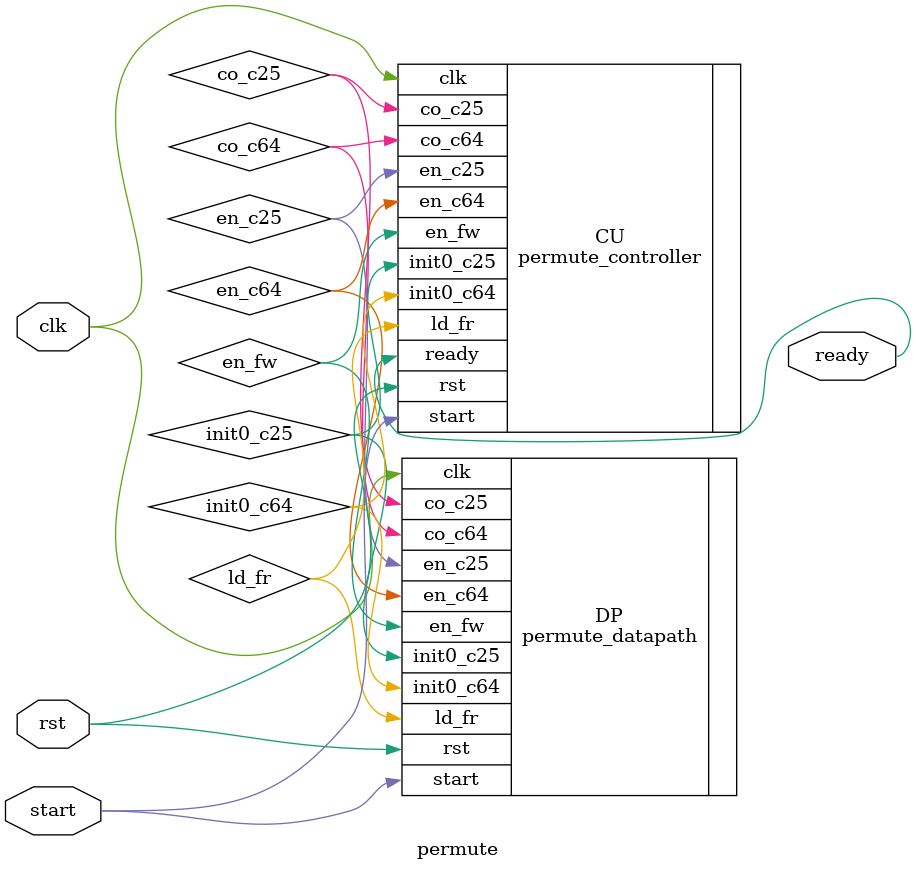
<source format=v>
`timescale 1ns/1ns
module permute(clk, rst, start, ready);
	
	input clk;
	input rst;
	input start;
	
	output ready;
	
	wire ld_fr, en_fw, init0_c64, init0_c25, en_c64, en_c25, co_c64, co_c25;
	
	permute_datapath DP(
	           .clk(clk), 
	           .rst(rst), 
			   .start(start),
	           .ld_fr(ld_fr), 
	           .en_fw(en_fw),
	           .init0_c64(init0_c64),
	           .init0_c25(init0_c25),
	           .en_c64(en_c64),
	           .en_c25(en_c25),
	           .co_c64(co_c64),
	           .co_c25(co_c25)
	           );
	
	permute_controller CU(
	             .clk(clk), 
	             .rst(rst), 
	             .start(start), 
	             .co_c64(co_c64),
	             .co_c25(co_c25),
	             .ld_fr(ld_fr), 
	             .en_fw(en_fw),
	             .init0_c64(init0_c64),
	             .init0_c25(init0_c25),
	             .en_c64(en_c64),
	             .en_c25(en_c25),
	             .ready(ready)
	             );
	             
endmodule

</source>
